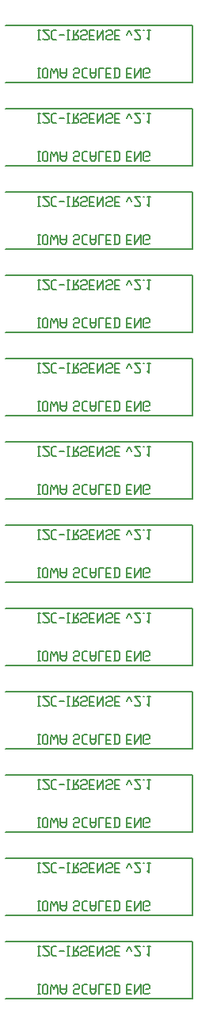
<source format=gbr>
G04 start of page 10 for group -4078 idx -4078 *
G04 Title: (unknown), bottomsilk *
G04 Creator: pcb 4.0.2 *
G04 CreationDate: Thu Feb 25 03:30:48 2021 UTC *
G04 For: petersen *
G04 Format: Gerber/RS-274X *
G04 PCB-Dimensions (mil): 1500.00 4200.00 *
G04 PCB-Coordinate-Origin: lower left *
%MOIN*%
%FSLAX25Y25*%
%LNBOTTOMSILK*%
%ADD35C,0.0080*%
G54D35*X139500Y320500D02*X61000D01*
X139500Y344500D02*Y320500D01*
Y309500D02*Y285500D01*
X61000Y309500D02*X139500D01*
Y285500D02*X61000D01*
Y274500D02*X139500D01*
X61000Y379500D02*X139500D01*
Y355500D02*X61000D01*
X139500Y379500D02*Y355500D01*
X61000Y344500D02*X139500D01*
X61000Y414500D02*X139500D01*
Y390500D02*X61000D01*
X139500Y414500D02*Y390500D01*
Y250500D02*X61000D01*
X139500Y274500D02*Y250500D01*
X61000Y239500D02*X139500D01*
Y215500D02*X61000D01*
X139500Y239500D02*Y215500D01*
X61000Y204500D02*X139500D01*
Y180500D02*X61000D01*
X139500Y204500D02*Y180500D01*
X61000Y169500D02*X139500D01*
Y145500D02*X61000D01*
X139500Y169500D02*Y145500D01*
X61000Y134500D02*X139500D01*
Y110500D02*X61000D01*
X139500Y134500D02*Y110500D01*
Y29500D02*Y5500D01*
X61000Y99500D02*X139500D01*
Y75500D02*X61000D01*
X139500Y99500D02*Y75500D01*
X61000Y64500D02*X139500D01*
Y40500D02*X61000D01*
X139500Y64500D02*Y40500D01*
X61000Y29500D02*X139500D01*
Y5500D02*X61000D01*
X74500Y252500D02*X75500D01*
X75000D02*Y256500D01*
X74500D02*X75500D01*
X76700Y253000D02*Y256000D01*
Y253000D02*X77200Y252500D01*
X78200D01*
X78700Y253000D01*
Y256000D01*
X78200Y256500D02*X78700Y256000D01*
X77200Y256500D02*X78200D01*
X76700Y256000D02*X77200Y256500D01*
X79900Y252500D02*Y254500D01*
X80400Y256500D01*
X81400Y254500D01*
X82400Y256500D01*
X82900Y254500D01*
Y252500D02*Y254500D01*
X84100Y253500D02*Y256500D01*
Y253500D02*X84800Y252500D01*
X85900D01*
X86600Y253500D01*
Y256500D01*
X84100Y254500D02*X86600D01*
X91600Y252500D02*X92100Y253000D01*
X90100Y252500D02*X91600D01*
X89600Y253000D02*X90100Y252500D01*
X89600Y253000D02*Y254000D01*
X90100Y254500D01*
X91600D01*
X92100Y255000D01*
Y256000D01*
X91600Y256500D02*X92100Y256000D01*
X90100Y256500D02*X91600D01*
X89600Y256000D02*X90100Y256500D01*
X94000D02*X95300D01*
X93300Y255800D02*X94000Y256500D01*
X93300Y253200D02*Y255800D01*
Y253200D02*X94000Y252500D01*
X95300D01*
X96500Y253500D02*Y256500D01*
Y253500D02*X97200Y252500D01*
X98300D01*
X99000Y253500D01*
Y256500D01*
X96500Y254500D02*X99000D01*
X100200Y252500D02*Y256500D01*
X102200D01*
X103400Y254300D02*X104900D01*
X103400Y256500D02*X105400D01*
X103400Y252500D02*Y256500D01*
Y252500D02*X105400D01*
X107100D02*Y256500D01*
X108400Y252500D02*X109100Y253200D01*
Y255800D01*
X108400Y256500D02*X109100Y255800D01*
X106600Y256500D02*X108400D01*
X106600Y252500D02*X108400D01*
X112100Y254300D02*X113600D01*
X112100Y256500D02*X114100D01*
X112100Y252500D02*Y256500D01*
Y252500D02*X114100D01*
X115300D02*Y256500D01*
Y252500D02*X117800Y256500D01*
Y252500D02*Y256500D01*
X121000Y252500D02*X121500Y253000D01*
X119500Y252500D02*X121000D01*
X119000Y253000D02*X119500Y252500D01*
X119000Y253000D02*Y256000D01*
X119500Y256500D01*
X121000D01*
X121500Y256000D01*
Y255000D02*Y256000D01*
X121000Y254500D02*X121500Y255000D01*
X120000Y254500D02*X121000D01*
X74500Y217500D02*X75500D01*
X75000D02*Y221500D01*
X74500D02*X75500D01*
X76700Y218000D02*Y221000D01*
Y218000D02*X77200Y217500D01*
X78200D01*
X78700Y218000D01*
Y221000D01*
X78200Y221500D02*X78700Y221000D01*
X77200Y221500D02*X78200D01*
X76700Y221000D02*X77200Y221500D01*
X79900Y217500D02*Y219500D01*
X80400Y221500D01*
X81400Y219500D01*
X82400Y221500D01*
X82900Y219500D01*
Y217500D02*Y219500D01*
X84100Y218500D02*Y221500D01*
Y218500D02*X84800Y217500D01*
X85900D01*
X86600Y218500D01*
Y221500D01*
X84100Y219500D02*X86600D01*
X91600Y217500D02*X92100Y218000D01*
X90100Y217500D02*X91600D01*
X89600Y218000D02*X90100Y217500D01*
X89600Y218000D02*Y219000D01*
X90100Y219500D01*
X91600D01*
X92100Y220000D01*
Y221000D01*
X91600Y221500D02*X92100Y221000D01*
X90100Y221500D02*X91600D01*
X89600Y221000D02*X90100Y221500D01*
X94000D02*X95300D01*
X93300Y220800D02*X94000Y221500D01*
X93300Y218200D02*Y220800D01*
Y218200D02*X94000Y217500D01*
X95300D01*
X96500Y218500D02*Y221500D01*
Y218500D02*X97200Y217500D01*
X98300D01*
X99000Y218500D01*
Y221500D01*
X96500Y219500D02*X99000D01*
X100200Y217500D02*Y221500D01*
X102200D01*
X103400Y219300D02*X104900D01*
X103400Y221500D02*X105400D01*
X103400Y217500D02*Y221500D01*
Y217500D02*X105400D01*
X107100D02*Y221500D01*
X108400Y217500D02*X109100Y218200D01*
Y220800D01*
X108400Y221500D02*X109100Y220800D01*
X106600Y221500D02*X108400D01*
X106600Y217500D02*X108400D01*
X112100Y219300D02*X113600D01*
X112100Y221500D02*X114100D01*
X112100Y217500D02*Y221500D01*
Y217500D02*X114100D01*
X115300D02*Y221500D01*
Y217500D02*X117800Y221500D01*
Y217500D02*Y221500D01*
X121000Y217500D02*X121500Y218000D01*
X119500Y217500D02*X121000D01*
X119000Y218000D02*X119500Y217500D01*
X119000Y218000D02*Y221000D01*
X119500Y221500D01*
X121000D01*
X121500Y221000D01*
Y220000D02*Y221000D01*
X121000Y219500D02*X121500Y220000D01*
X120000Y219500D02*X121000D01*
X74500Y182500D02*X75500D01*
X75000D02*Y186500D01*
X74500D02*X75500D01*
X76700Y183000D02*Y186000D01*
Y183000D02*X77200Y182500D01*
X78200D01*
X78700Y183000D01*
Y186000D01*
X78200Y186500D02*X78700Y186000D01*
X77200Y186500D02*X78200D01*
X76700Y186000D02*X77200Y186500D01*
X79900Y182500D02*Y184500D01*
X80400Y186500D01*
X81400Y184500D01*
X82400Y186500D01*
X82900Y184500D01*
Y182500D02*Y184500D01*
X84100Y183500D02*Y186500D01*
Y183500D02*X84800Y182500D01*
X85900D01*
X86600Y183500D01*
Y186500D01*
X84100Y184500D02*X86600D01*
X91600Y182500D02*X92100Y183000D01*
X90100Y182500D02*X91600D01*
X89600Y183000D02*X90100Y182500D01*
X89600Y183000D02*Y184000D01*
X90100Y184500D01*
X91600D01*
X92100Y185000D01*
Y186000D01*
X91600Y186500D02*X92100Y186000D01*
X90100Y186500D02*X91600D01*
X89600Y186000D02*X90100Y186500D01*
X94000D02*X95300D01*
X93300Y185800D02*X94000Y186500D01*
X93300Y183200D02*Y185800D01*
Y183200D02*X94000Y182500D01*
X95300D01*
X96500Y183500D02*Y186500D01*
Y183500D02*X97200Y182500D01*
X98300D01*
X99000Y183500D01*
Y186500D01*
X96500Y184500D02*X99000D01*
X100200Y182500D02*Y186500D01*
X102200D01*
X103400Y184300D02*X104900D01*
X103400Y186500D02*X105400D01*
X103400Y182500D02*Y186500D01*
Y182500D02*X105400D01*
X107100D02*Y186500D01*
X108400Y182500D02*X109100Y183200D01*
Y185800D01*
X108400Y186500D02*X109100Y185800D01*
X106600Y186500D02*X108400D01*
X106600Y182500D02*X108400D01*
X112100Y184300D02*X113600D01*
X112100Y186500D02*X114100D01*
X112100Y182500D02*Y186500D01*
Y182500D02*X114100D01*
X115300D02*Y186500D01*
Y182500D02*X117800Y186500D01*
Y182500D02*Y186500D01*
X121000Y182500D02*X121500Y183000D01*
X119500Y182500D02*X121000D01*
X119000Y183000D02*X119500Y182500D01*
X119000Y183000D02*Y186000D01*
X119500Y186500D01*
X121000D01*
X121500Y186000D01*
Y185000D02*Y186000D01*
X121000Y184500D02*X121500Y185000D01*
X120000Y184500D02*X121000D01*
X74500Y198500D02*X75500D01*
X75000D02*Y202500D01*
X74500D02*X75500D01*
X76700Y199000D02*X77200Y198500D01*
X78700D01*
X79200Y199000D01*
Y200000D01*
X76700Y202500D02*X79200Y200000D01*
X76700Y202500D02*X79200D01*
X81100D02*X82400D01*
X80400Y201800D02*X81100Y202500D01*
X80400Y199200D02*Y201800D01*
Y199200D02*X81100Y198500D01*
X82400D01*
X83600Y200500D02*X85600D01*
X86800Y198500D02*X87800D01*
X87300D02*Y202500D01*
X86800D02*X87800D01*
X89000Y198500D02*X91000D01*
X91500Y199000D01*
Y200000D01*
X91000Y200500D02*X91500Y200000D01*
X89500Y200500D02*X91000D01*
X89500Y198500D02*Y202500D01*
X90300Y200500D02*X91500Y202500D01*
X94700Y198500D02*X95200Y199000D01*
X93200Y198500D02*X94700D01*
X92700Y199000D02*X93200Y198500D01*
X92700Y199000D02*Y200000D01*
X93200Y200500D01*
X94700D01*
X95200Y201000D01*
Y202000D01*
X94700Y202500D02*X95200Y202000D01*
X93200Y202500D02*X94700D01*
X92700Y202000D02*X93200Y202500D01*
X96400Y200300D02*X97900D01*
X96400Y202500D02*X98400D01*
X96400Y198500D02*Y202500D01*
Y198500D02*X98400D01*
X99600D02*Y202500D01*
Y198500D02*X102100Y202500D01*
Y198500D02*Y202500D01*
X105300Y198500D02*X105800Y199000D01*
X103800Y198500D02*X105300D01*
X103300Y199000D02*X103800Y198500D01*
X103300Y199000D02*Y200000D01*
X103800Y200500D01*
X105300D01*
X105800Y201000D01*
Y202000D01*
X105300Y202500D02*X105800Y202000D01*
X103800Y202500D02*X105300D01*
X103300Y202000D02*X103800Y202500D01*
X107000Y200300D02*X108500D01*
X107000Y202500D02*X109000D01*
X107000Y198500D02*Y202500D01*
Y198500D02*X109000D01*
X112000Y200500D02*X113000Y202500D01*
X114000Y200500D02*X113000Y202500D01*
X115200Y199000D02*X115700Y198500D01*
X117200D01*
X117700Y199000D01*
Y200000D01*
X115200Y202500D02*X117700Y200000D01*
X115200Y202500D02*X117700D01*
X118900D02*X119400D01*
X120600Y199300D02*X121400Y198500D01*
Y202500D01*
X120600D02*X122100D01*
X74500Y233500D02*X75500D01*
X75000D02*Y237500D01*
X74500D02*X75500D01*
X76700Y234000D02*X77200Y233500D01*
X78700D01*
X79200Y234000D01*
Y235000D01*
X76700Y237500D02*X79200Y235000D01*
X76700Y237500D02*X79200D01*
X81100D02*X82400D01*
X80400Y236800D02*X81100Y237500D01*
X80400Y234200D02*Y236800D01*
Y234200D02*X81100Y233500D01*
X82400D01*
X83600Y235500D02*X85600D01*
X86800Y233500D02*X87800D01*
X87300D02*Y237500D01*
X86800D02*X87800D01*
X89000Y233500D02*X91000D01*
X91500Y234000D01*
Y235000D01*
X91000Y235500D02*X91500Y235000D01*
X89500Y235500D02*X91000D01*
X89500Y233500D02*Y237500D01*
X90300Y235500D02*X91500Y237500D01*
X94700Y233500D02*X95200Y234000D01*
X93200Y233500D02*X94700D01*
X92700Y234000D02*X93200Y233500D01*
X92700Y234000D02*Y235000D01*
X93200Y235500D01*
X94700D01*
X95200Y236000D01*
Y237000D01*
X94700Y237500D02*X95200Y237000D01*
X93200Y237500D02*X94700D01*
X92700Y237000D02*X93200Y237500D01*
X96400Y235300D02*X97900D01*
X96400Y237500D02*X98400D01*
X96400Y233500D02*Y237500D01*
Y233500D02*X98400D01*
X99600D02*Y237500D01*
Y233500D02*X102100Y237500D01*
Y233500D02*Y237500D01*
X105300Y233500D02*X105800Y234000D01*
X103800Y233500D02*X105300D01*
X103300Y234000D02*X103800Y233500D01*
X103300Y234000D02*Y235000D01*
X103800Y235500D01*
X105300D01*
X105800Y236000D01*
Y237000D01*
X105300Y237500D02*X105800Y237000D01*
X103800Y237500D02*X105300D01*
X103300Y237000D02*X103800Y237500D01*
X107000Y235300D02*X108500D01*
X107000Y237500D02*X109000D01*
X107000Y233500D02*Y237500D01*
Y233500D02*X109000D01*
X112000Y235500D02*X113000Y237500D01*
X114000Y235500D02*X113000Y237500D01*
X115200Y234000D02*X115700Y233500D01*
X117200D01*
X117700Y234000D01*
Y235000D01*
X115200Y237500D02*X117700Y235000D01*
X115200Y237500D02*X117700D01*
X118900D02*X119400D01*
X120600Y234300D02*X121400Y233500D01*
Y237500D01*
X120600D02*X122100D01*
X74500Y147500D02*X75500D01*
X75000D02*Y151500D01*
X74500D02*X75500D01*
X76700Y148000D02*Y151000D01*
Y148000D02*X77200Y147500D01*
X78200D01*
X78700Y148000D01*
Y151000D01*
X78200Y151500D02*X78700Y151000D01*
X77200Y151500D02*X78200D01*
X76700Y151000D02*X77200Y151500D01*
X79900Y147500D02*Y149500D01*
X80400Y151500D01*
X81400Y149500D01*
X82400Y151500D01*
X82900Y149500D01*
Y147500D02*Y149500D01*
X84100Y148500D02*Y151500D01*
Y148500D02*X84800Y147500D01*
X85900D01*
X86600Y148500D01*
Y151500D01*
X84100Y149500D02*X86600D01*
X91600Y147500D02*X92100Y148000D01*
X90100Y147500D02*X91600D01*
X89600Y148000D02*X90100Y147500D01*
X89600Y148000D02*Y149000D01*
X90100Y149500D01*
X91600D01*
X92100Y150000D01*
Y151000D01*
X91600Y151500D02*X92100Y151000D01*
X90100Y151500D02*X91600D01*
X89600Y151000D02*X90100Y151500D01*
X94000D02*X95300D01*
X93300Y150800D02*X94000Y151500D01*
X93300Y148200D02*Y150800D01*
Y148200D02*X94000Y147500D01*
X95300D01*
X96500Y148500D02*Y151500D01*
Y148500D02*X97200Y147500D01*
X98300D01*
X99000Y148500D01*
Y151500D01*
X96500Y149500D02*X99000D01*
X100200Y147500D02*Y151500D01*
X102200D01*
X103400Y149300D02*X104900D01*
X103400Y151500D02*X105400D01*
X103400Y147500D02*Y151500D01*
Y147500D02*X105400D01*
X107100D02*Y151500D01*
X108400Y147500D02*X109100Y148200D01*
Y150800D01*
X108400Y151500D02*X109100Y150800D01*
X106600Y151500D02*X108400D01*
X106600Y147500D02*X108400D01*
X112100Y149300D02*X113600D01*
X112100Y151500D02*X114100D01*
X112100Y147500D02*Y151500D01*
Y147500D02*X114100D01*
X115300D02*Y151500D01*
Y147500D02*X117800Y151500D01*
Y147500D02*Y151500D01*
X121000Y147500D02*X121500Y148000D01*
X119500Y147500D02*X121000D01*
X119000Y148000D02*X119500Y147500D01*
X119000Y148000D02*Y151000D01*
X119500Y151500D01*
X121000D01*
X121500Y151000D01*
Y150000D02*Y151000D01*
X121000Y149500D02*X121500Y150000D01*
X120000Y149500D02*X121000D01*
X74500Y163500D02*X75500D01*
X75000D02*Y167500D01*
X74500D02*X75500D01*
X76700Y164000D02*X77200Y163500D01*
X78700D01*
X79200Y164000D01*
Y165000D01*
X76700Y167500D02*X79200Y165000D01*
X76700Y167500D02*X79200D01*
X81100D02*X82400D01*
X80400Y166800D02*X81100Y167500D01*
X80400Y164200D02*Y166800D01*
Y164200D02*X81100Y163500D01*
X82400D01*
X83600Y165500D02*X85600D01*
X86800Y163500D02*X87800D01*
X87300D02*Y167500D01*
X86800D02*X87800D01*
X89000Y163500D02*X91000D01*
X91500Y164000D01*
Y165000D01*
X91000Y165500D02*X91500Y165000D01*
X89500Y165500D02*X91000D01*
X89500Y163500D02*Y167500D01*
X90300Y165500D02*X91500Y167500D01*
X94700Y163500D02*X95200Y164000D01*
X93200Y163500D02*X94700D01*
X92700Y164000D02*X93200Y163500D01*
X92700Y164000D02*Y165000D01*
X93200Y165500D01*
X94700D01*
X95200Y166000D01*
Y167000D01*
X94700Y167500D02*X95200Y167000D01*
X93200Y167500D02*X94700D01*
X92700Y167000D02*X93200Y167500D01*
X96400Y165300D02*X97900D01*
X96400Y167500D02*X98400D01*
X96400Y163500D02*Y167500D01*
Y163500D02*X98400D01*
X99600D02*Y167500D01*
Y163500D02*X102100Y167500D01*
Y163500D02*Y167500D01*
X105300Y163500D02*X105800Y164000D01*
X103800Y163500D02*X105300D01*
X103300Y164000D02*X103800Y163500D01*
X103300Y164000D02*Y165000D01*
X103800Y165500D01*
X105300D01*
X105800Y166000D01*
Y167000D01*
X105300Y167500D02*X105800Y167000D01*
X103800Y167500D02*X105300D01*
X103300Y167000D02*X103800Y167500D01*
X107000Y165300D02*X108500D01*
X107000Y167500D02*X109000D01*
X107000Y163500D02*Y167500D01*
Y163500D02*X109000D01*
X112000Y165500D02*X113000Y167500D01*
X114000Y165500D02*X113000Y167500D01*
X115200Y164000D02*X115700Y163500D01*
X117200D01*
X117700Y164000D01*
Y165000D01*
X115200Y167500D02*X117700Y165000D01*
X115200Y167500D02*X117700D01*
X118900D02*X119400D01*
X120600Y164300D02*X121400Y163500D01*
Y167500D01*
X120600D02*X122100D01*
X74500Y112500D02*X75500D01*
X75000D02*Y116500D01*
X74500D02*X75500D01*
X76700Y113000D02*Y116000D01*
Y113000D02*X77200Y112500D01*
X78200D01*
X78700Y113000D01*
Y116000D01*
X78200Y116500D02*X78700Y116000D01*
X77200Y116500D02*X78200D01*
X76700Y116000D02*X77200Y116500D01*
X79900Y112500D02*Y114500D01*
X80400Y116500D01*
X81400Y114500D01*
X82400Y116500D01*
X82900Y114500D01*
Y112500D02*Y114500D01*
X84100Y113500D02*Y116500D01*
Y113500D02*X84800Y112500D01*
X85900D01*
X86600Y113500D01*
Y116500D01*
X84100Y114500D02*X86600D01*
X91600Y112500D02*X92100Y113000D01*
X90100Y112500D02*X91600D01*
X89600Y113000D02*X90100Y112500D01*
X89600Y113000D02*Y114000D01*
X90100Y114500D01*
X91600D01*
X92100Y115000D01*
Y116000D01*
X91600Y116500D02*X92100Y116000D01*
X90100Y116500D02*X91600D01*
X89600Y116000D02*X90100Y116500D01*
X94000D02*X95300D01*
X93300Y115800D02*X94000Y116500D01*
X93300Y113200D02*Y115800D01*
Y113200D02*X94000Y112500D01*
X95300D01*
X96500Y113500D02*Y116500D01*
Y113500D02*X97200Y112500D01*
X98300D01*
X99000Y113500D01*
Y116500D01*
X96500Y114500D02*X99000D01*
X100200Y112500D02*Y116500D01*
X102200D01*
X103400Y114300D02*X104900D01*
X103400Y116500D02*X105400D01*
X103400Y112500D02*Y116500D01*
Y112500D02*X105400D01*
X107100D02*Y116500D01*
X108400Y112500D02*X109100Y113200D01*
Y115800D01*
X108400Y116500D02*X109100Y115800D01*
X106600Y116500D02*X108400D01*
X106600Y112500D02*X108400D01*
X112100Y114300D02*X113600D01*
X112100Y116500D02*X114100D01*
X112100Y112500D02*Y116500D01*
Y112500D02*X114100D01*
X115300D02*Y116500D01*
Y112500D02*X117800Y116500D01*
Y112500D02*Y116500D01*
X121000Y112500D02*X121500Y113000D01*
X119500Y112500D02*X121000D01*
X119000Y113000D02*X119500Y112500D01*
X119000Y113000D02*Y116000D01*
X119500Y116500D01*
X121000D01*
X121500Y116000D01*
Y115000D02*Y116000D01*
X121000Y114500D02*X121500Y115000D01*
X120000Y114500D02*X121000D01*
X74500Y128500D02*X75500D01*
X75000D02*Y132500D01*
X74500D02*X75500D01*
X76700Y129000D02*X77200Y128500D01*
X78700D01*
X79200Y129000D01*
Y130000D01*
X76700Y132500D02*X79200Y130000D01*
X76700Y132500D02*X79200D01*
X81100D02*X82400D01*
X80400Y131800D02*X81100Y132500D01*
X80400Y129200D02*Y131800D01*
Y129200D02*X81100Y128500D01*
X82400D01*
X83600Y130500D02*X85600D01*
X86800Y128500D02*X87800D01*
X87300D02*Y132500D01*
X86800D02*X87800D01*
X89000Y128500D02*X91000D01*
X91500Y129000D01*
Y130000D01*
X91000Y130500D02*X91500Y130000D01*
X89500Y130500D02*X91000D01*
X89500Y128500D02*Y132500D01*
X90300Y130500D02*X91500Y132500D01*
X94700Y128500D02*X95200Y129000D01*
X93200Y128500D02*X94700D01*
X92700Y129000D02*X93200Y128500D01*
X92700Y129000D02*Y130000D01*
X93200Y130500D01*
X94700D01*
X95200Y131000D01*
Y132000D01*
X94700Y132500D02*X95200Y132000D01*
X93200Y132500D02*X94700D01*
X92700Y132000D02*X93200Y132500D01*
X96400Y130300D02*X97900D01*
X96400Y132500D02*X98400D01*
X96400Y128500D02*Y132500D01*
Y128500D02*X98400D01*
X99600D02*Y132500D01*
Y128500D02*X102100Y132500D01*
Y128500D02*Y132500D01*
X105300Y128500D02*X105800Y129000D01*
X103800Y128500D02*X105300D01*
X103300Y129000D02*X103800Y128500D01*
X103300Y129000D02*Y130000D01*
X103800Y130500D01*
X105300D01*
X105800Y131000D01*
Y132000D01*
X105300Y132500D02*X105800Y132000D01*
X103800Y132500D02*X105300D01*
X103300Y132000D02*X103800Y132500D01*
X107000Y130300D02*X108500D01*
X107000Y132500D02*X109000D01*
X107000Y128500D02*Y132500D01*
Y128500D02*X109000D01*
X112000Y130500D02*X113000Y132500D01*
X114000Y130500D02*X113000Y132500D01*
X115200Y129000D02*X115700Y128500D01*
X117200D01*
X117700Y129000D01*
Y130000D01*
X115200Y132500D02*X117700Y130000D01*
X115200Y132500D02*X117700D01*
X118900D02*X119400D01*
X120600Y129300D02*X121400Y128500D01*
Y132500D01*
X120600D02*X122100D01*
X74500Y77500D02*X75500D01*
X75000D02*Y81500D01*
X74500D02*X75500D01*
X76700Y78000D02*Y81000D01*
Y78000D02*X77200Y77500D01*
X78200D01*
X78700Y78000D01*
Y81000D01*
X78200Y81500D02*X78700Y81000D01*
X77200Y81500D02*X78200D01*
X76700Y81000D02*X77200Y81500D01*
X79900Y77500D02*Y79500D01*
X80400Y81500D01*
X81400Y79500D01*
X82400Y81500D01*
X82900Y79500D01*
Y77500D02*Y79500D01*
X84100Y78500D02*Y81500D01*
Y78500D02*X84800Y77500D01*
X85900D01*
X86600Y78500D01*
Y81500D01*
X84100Y79500D02*X86600D01*
X91600Y77500D02*X92100Y78000D01*
X90100Y77500D02*X91600D01*
X89600Y78000D02*X90100Y77500D01*
X89600Y78000D02*Y79000D01*
X90100Y79500D01*
X91600D01*
X92100Y80000D01*
Y81000D01*
X91600Y81500D02*X92100Y81000D01*
X90100Y81500D02*X91600D01*
X89600Y81000D02*X90100Y81500D01*
X94000D02*X95300D01*
X93300Y80800D02*X94000Y81500D01*
X93300Y78200D02*Y80800D01*
Y78200D02*X94000Y77500D01*
X95300D01*
X96500Y78500D02*Y81500D01*
Y78500D02*X97200Y77500D01*
X98300D01*
X99000Y78500D01*
Y81500D01*
X96500Y79500D02*X99000D01*
X100200Y77500D02*Y81500D01*
X102200D01*
X103400Y79300D02*X104900D01*
X103400Y81500D02*X105400D01*
X103400Y77500D02*Y81500D01*
Y77500D02*X105400D01*
X107100D02*Y81500D01*
X108400Y77500D02*X109100Y78200D01*
Y80800D01*
X108400Y81500D02*X109100Y80800D01*
X106600Y81500D02*X108400D01*
X106600Y77500D02*X108400D01*
X112100Y79300D02*X113600D01*
X112100Y81500D02*X114100D01*
X112100Y77500D02*Y81500D01*
Y77500D02*X114100D01*
X115300D02*Y81500D01*
Y77500D02*X117800Y81500D01*
Y77500D02*Y81500D01*
X121000Y77500D02*X121500Y78000D01*
X119500Y77500D02*X121000D01*
X119000Y78000D02*X119500Y77500D01*
X119000Y78000D02*Y81000D01*
X119500Y81500D01*
X121000D01*
X121500Y81000D01*
Y80000D02*Y81000D01*
X121000Y79500D02*X121500Y80000D01*
X120000Y79500D02*X121000D01*
X74500Y42500D02*X75500D01*
X75000D02*Y46500D01*
X74500D02*X75500D01*
X76700Y43000D02*Y46000D01*
Y43000D02*X77200Y42500D01*
X78200D01*
X78700Y43000D01*
Y46000D01*
X78200Y46500D02*X78700Y46000D01*
X77200Y46500D02*X78200D01*
X76700Y46000D02*X77200Y46500D01*
X79900Y42500D02*Y44500D01*
X80400Y46500D01*
X81400Y44500D01*
X82400Y46500D01*
X82900Y44500D01*
Y42500D02*Y44500D01*
X84100Y43500D02*Y46500D01*
Y43500D02*X84800Y42500D01*
X85900D01*
X86600Y43500D01*
Y46500D01*
X84100Y44500D02*X86600D01*
X91600Y42500D02*X92100Y43000D01*
X90100Y42500D02*X91600D01*
X89600Y43000D02*X90100Y42500D01*
X89600Y43000D02*Y44000D01*
X90100Y44500D01*
X91600D01*
X92100Y45000D01*
Y46000D01*
X91600Y46500D02*X92100Y46000D01*
X90100Y46500D02*X91600D01*
X89600Y46000D02*X90100Y46500D01*
X94000D02*X95300D01*
X93300Y45800D02*X94000Y46500D01*
X93300Y43200D02*Y45800D01*
Y43200D02*X94000Y42500D01*
X95300D01*
X96500Y43500D02*Y46500D01*
Y43500D02*X97200Y42500D01*
X98300D01*
X99000Y43500D01*
Y46500D01*
X96500Y44500D02*X99000D01*
X100200Y42500D02*Y46500D01*
X102200D01*
X103400Y44300D02*X104900D01*
X103400Y46500D02*X105400D01*
X103400Y42500D02*Y46500D01*
Y42500D02*X105400D01*
X107100D02*Y46500D01*
X108400Y42500D02*X109100Y43200D01*
Y45800D01*
X108400Y46500D02*X109100Y45800D01*
X106600Y46500D02*X108400D01*
X106600Y42500D02*X108400D01*
X112100Y44300D02*X113600D01*
X112100Y46500D02*X114100D01*
X112100Y42500D02*Y46500D01*
Y42500D02*X114100D01*
X115300D02*Y46500D01*
Y42500D02*X117800Y46500D01*
Y42500D02*Y46500D01*
X121000Y42500D02*X121500Y43000D01*
X119500Y42500D02*X121000D01*
X119000Y43000D02*X119500Y42500D01*
X119000Y43000D02*Y46000D01*
X119500Y46500D01*
X121000D01*
X121500Y46000D01*
Y45000D02*Y46000D01*
X121000Y44500D02*X121500Y45000D01*
X120000Y44500D02*X121000D01*
X74500Y58500D02*X75500D01*
X75000D02*Y62500D01*
X74500D02*X75500D01*
X76700Y59000D02*X77200Y58500D01*
X78700D01*
X79200Y59000D01*
Y60000D01*
X76700Y62500D02*X79200Y60000D01*
X76700Y62500D02*X79200D01*
X81100D02*X82400D01*
X80400Y61800D02*X81100Y62500D01*
X80400Y59200D02*Y61800D01*
Y59200D02*X81100Y58500D01*
X82400D01*
X83600Y60500D02*X85600D01*
X86800Y58500D02*X87800D01*
X87300D02*Y62500D01*
X86800D02*X87800D01*
X89000Y58500D02*X91000D01*
X91500Y59000D01*
Y60000D01*
X91000Y60500D02*X91500Y60000D01*
X89500Y60500D02*X91000D01*
X89500Y58500D02*Y62500D01*
X90300Y60500D02*X91500Y62500D01*
X94700Y58500D02*X95200Y59000D01*
X93200Y58500D02*X94700D01*
X92700Y59000D02*X93200Y58500D01*
X92700Y59000D02*Y60000D01*
X93200Y60500D01*
X94700D01*
X95200Y61000D01*
Y62000D01*
X94700Y62500D02*X95200Y62000D01*
X93200Y62500D02*X94700D01*
X92700Y62000D02*X93200Y62500D01*
X96400Y60300D02*X97900D01*
X96400Y62500D02*X98400D01*
X96400Y58500D02*Y62500D01*
Y58500D02*X98400D01*
X99600D02*Y62500D01*
Y58500D02*X102100Y62500D01*
Y58500D02*Y62500D01*
X105300Y58500D02*X105800Y59000D01*
X103800Y58500D02*X105300D01*
X103300Y59000D02*X103800Y58500D01*
X103300Y59000D02*Y60000D01*
X103800Y60500D01*
X105300D01*
X105800Y61000D01*
Y62000D01*
X105300Y62500D02*X105800Y62000D01*
X103800Y62500D02*X105300D01*
X103300Y62000D02*X103800Y62500D01*
X107000Y60300D02*X108500D01*
X107000Y62500D02*X109000D01*
X107000Y58500D02*Y62500D01*
Y58500D02*X109000D01*
X112000Y60500D02*X113000Y62500D01*
X114000Y60500D02*X113000Y62500D01*
X115200Y59000D02*X115700Y58500D01*
X117200D01*
X117700Y59000D01*
Y60000D01*
X115200Y62500D02*X117700Y60000D01*
X115200Y62500D02*X117700D01*
X118900D02*X119400D01*
X120600Y59300D02*X121400Y58500D01*
Y62500D01*
X120600D02*X122100D01*
X74500Y7500D02*X75500D01*
X75000D02*Y11500D01*
X74500D02*X75500D01*
X76700Y8000D02*Y11000D01*
Y8000D02*X77200Y7500D01*
X78200D01*
X78700Y8000D01*
Y11000D01*
X78200Y11500D02*X78700Y11000D01*
X77200Y11500D02*X78200D01*
X76700Y11000D02*X77200Y11500D01*
X79900Y7500D02*Y9500D01*
X80400Y11500D01*
X81400Y9500D01*
X82400Y11500D01*
X82900Y9500D01*
Y7500D02*Y9500D01*
X84100Y8500D02*Y11500D01*
Y8500D02*X84800Y7500D01*
X85900D01*
X86600Y8500D01*
Y11500D01*
X84100Y9500D02*X86600D01*
X91600Y7500D02*X92100Y8000D01*
X90100Y7500D02*X91600D01*
X89600Y8000D02*X90100Y7500D01*
X89600Y8000D02*Y9000D01*
X90100Y9500D01*
X91600D01*
X92100Y10000D01*
Y11000D01*
X91600Y11500D02*X92100Y11000D01*
X90100Y11500D02*X91600D01*
X89600Y11000D02*X90100Y11500D01*
X94000D02*X95300D01*
X93300Y10800D02*X94000Y11500D01*
X93300Y8200D02*Y10800D01*
Y8200D02*X94000Y7500D01*
X95300D01*
X96500Y8500D02*Y11500D01*
Y8500D02*X97200Y7500D01*
X98300D01*
X99000Y8500D01*
Y11500D01*
X96500Y9500D02*X99000D01*
X100200Y7500D02*Y11500D01*
X102200D01*
X103400Y9300D02*X104900D01*
X103400Y11500D02*X105400D01*
X103400Y7500D02*Y11500D01*
Y7500D02*X105400D01*
X107100D02*Y11500D01*
X108400Y7500D02*X109100Y8200D01*
Y10800D01*
X108400Y11500D02*X109100Y10800D01*
X106600Y11500D02*X108400D01*
X106600Y7500D02*X108400D01*
X112100Y9300D02*X113600D01*
X112100Y11500D02*X114100D01*
X112100Y7500D02*Y11500D01*
Y7500D02*X114100D01*
X115300D02*Y11500D01*
Y7500D02*X117800Y11500D01*
Y7500D02*Y11500D01*
X121000Y7500D02*X121500Y8000D01*
X119500Y7500D02*X121000D01*
X119000Y8000D02*X119500Y7500D01*
X119000Y8000D02*Y11000D01*
X119500Y11500D01*
X121000D01*
X121500Y11000D01*
Y10000D02*Y11000D01*
X121000Y9500D02*X121500Y10000D01*
X120000Y9500D02*X121000D01*
X74500Y23500D02*X75500D01*
X75000D02*Y27500D01*
X74500D02*X75500D01*
X76700Y24000D02*X77200Y23500D01*
X78700D01*
X79200Y24000D01*
Y25000D01*
X76700Y27500D02*X79200Y25000D01*
X76700Y27500D02*X79200D01*
X81100D02*X82400D01*
X80400Y26800D02*X81100Y27500D01*
X80400Y24200D02*Y26800D01*
Y24200D02*X81100Y23500D01*
X82400D01*
X83600Y25500D02*X85600D01*
X86800Y23500D02*X87800D01*
X87300D02*Y27500D01*
X86800D02*X87800D01*
X89000Y23500D02*X91000D01*
X91500Y24000D01*
Y25000D01*
X91000Y25500D02*X91500Y25000D01*
X89500Y25500D02*X91000D01*
X89500Y23500D02*Y27500D01*
X90300Y25500D02*X91500Y27500D01*
X94700Y23500D02*X95200Y24000D01*
X93200Y23500D02*X94700D01*
X92700Y24000D02*X93200Y23500D01*
X92700Y24000D02*Y25000D01*
X93200Y25500D01*
X94700D01*
X95200Y26000D01*
Y27000D01*
X94700Y27500D02*X95200Y27000D01*
X93200Y27500D02*X94700D01*
X92700Y27000D02*X93200Y27500D01*
X96400Y25300D02*X97900D01*
X96400Y27500D02*X98400D01*
X96400Y23500D02*Y27500D01*
Y23500D02*X98400D01*
X99600D02*Y27500D01*
Y23500D02*X102100Y27500D01*
Y23500D02*Y27500D01*
X105300Y23500D02*X105800Y24000D01*
X103800Y23500D02*X105300D01*
X103300Y24000D02*X103800Y23500D01*
X103300Y24000D02*Y25000D01*
X103800Y25500D01*
X105300D01*
X105800Y26000D01*
Y27000D01*
X105300Y27500D02*X105800Y27000D01*
X103800Y27500D02*X105300D01*
X103300Y27000D02*X103800Y27500D01*
X107000Y25300D02*X108500D01*
X107000Y27500D02*X109000D01*
X107000Y23500D02*Y27500D01*
Y23500D02*X109000D01*
X112000Y25500D02*X113000Y27500D01*
X114000Y25500D02*X113000Y27500D01*
X115200Y24000D02*X115700Y23500D01*
X117200D01*
X117700Y24000D01*
Y25000D01*
X115200Y27500D02*X117700Y25000D01*
X115200Y27500D02*X117700D01*
X118900D02*X119400D01*
X120600Y24300D02*X121400Y23500D01*
Y27500D01*
X120600D02*X122100D01*
X74500Y93500D02*X75500D01*
X75000D02*Y97500D01*
X74500D02*X75500D01*
X76700Y94000D02*X77200Y93500D01*
X78700D01*
X79200Y94000D01*
Y95000D01*
X76700Y97500D02*X79200Y95000D01*
X76700Y97500D02*X79200D01*
X81100D02*X82400D01*
X80400Y96800D02*X81100Y97500D01*
X80400Y94200D02*Y96800D01*
Y94200D02*X81100Y93500D01*
X82400D01*
X83600Y95500D02*X85600D01*
X86800Y93500D02*X87800D01*
X87300D02*Y97500D01*
X86800D02*X87800D01*
X89000Y93500D02*X91000D01*
X91500Y94000D01*
Y95000D01*
X91000Y95500D02*X91500Y95000D01*
X89500Y95500D02*X91000D01*
X89500Y93500D02*Y97500D01*
X90300Y95500D02*X91500Y97500D01*
X94700Y93500D02*X95200Y94000D01*
X93200Y93500D02*X94700D01*
X92700Y94000D02*X93200Y93500D01*
X92700Y94000D02*Y95000D01*
X93200Y95500D01*
X94700D01*
X95200Y96000D01*
Y97000D01*
X94700Y97500D02*X95200Y97000D01*
X93200Y97500D02*X94700D01*
X92700Y97000D02*X93200Y97500D01*
X96400Y95300D02*X97900D01*
X96400Y97500D02*X98400D01*
X96400Y93500D02*Y97500D01*
Y93500D02*X98400D01*
X99600D02*Y97500D01*
Y93500D02*X102100Y97500D01*
Y93500D02*Y97500D01*
X105300Y93500D02*X105800Y94000D01*
X103800Y93500D02*X105300D01*
X103300Y94000D02*X103800Y93500D01*
X103300Y94000D02*Y95000D01*
X103800Y95500D01*
X105300D01*
X105800Y96000D01*
Y97000D01*
X105300Y97500D02*X105800Y97000D01*
X103800Y97500D02*X105300D01*
X103300Y97000D02*X103800Y97500D01*
X107000Y95300D02*X108500D01*
X107000Y97500D02*X109000D01*
X107000Y93500D02*Y97500D01*
Y93500D02*X109000D01*
X112000Y95500D02*X113000Y97500D01*
X114000Y95500D02*X113000Y97500D01*
X115200Y94000D02*X115700Y93500D01*
X117200D01*
X117700Y94000D01*
Y95000D01*
X115200Y97500D02*X117700Y95000D01*
X115200Y97500D02*X117700D01*
X118900D02*X119400D01*
X120600Y94300D02*X121400Y93500D01*
Y97500D01*
X120600D02*X122100D01*
X74500Y322500D02*X75500D01*
X75000D02*Y326500D01*
X74500D02*X75500D01*
X76700Y323000D02*Y326000D01*
Y323000D02*X77200Y322500D01*
X78200D01*
X78700Y323000D01*
Y326000D01*
X78200Y326500D02*X78700Y326000D01*
X77200Y326500D02*X78200D01*
X76700Y326000D02*X77200Y326500D01*
X79900Y322500D02*Y324500D01*
X80400Y326500D01*
X81400Y324500D01*
X82400Y326500D01*
X82900Y324500D01*
Y322500D02*Y324500D01*
X84100Y323500D02*Y326500D01*
Y323500D02*X84800Y322500D01*
X85900D01*
X86600Y323500D01*
Y326500D01*
X84100Y324500D02*X86600D01*
X91600Y322500D02*X92100Y323000D01*
X90100Y322500D02*X91600D01*
X89600Y323000D02*X90100Y322500D01*
X89600Y323000D02*Y324000D01*
X90100Y324500D01*
X91600D01*
X92100Y325000D01*
Y326000D01*
X91600Y326500D02*X92100Y326000D01*
X90100Y326500D02*X91600D01*
X89600Y326000D02*X90100Y326500D01*
X94000D02*X95300D01*
X93300Y325800D02*X94000Y326500D01*
X93300Y323200D02*Y325800D01*
Y323200D02*X94000Y322500D01*
X95300D01*
X96500Y323500D02*Y326500D01*
Y323500D02*X97200Y322500D01*
X98300D01*
X99000Y323500D01*
Y326500D01*
X96500Y324500D02*X99000D01*
X100200Y322500D02*Y326500D01*
X102200D01*
X103400Y324300D02*X104900D01*
X103400Y326500D02*X105400D01*
X103400Y322500D02*Y326500D01*
Y322500D02*X105400D01*
X107100D02*Y326500D01*
X108400Y322500D02*X109100Y323200D01*
Y325800D01*
X108400Y326500D02*X109100Y325800D01*
X106600Y326500D02*X108400D01*
X106600Y322500D02*X108400D01*
X112100Y324300D02*X113600D01*
X112100Y326500D02*X114100D01*
X112100Y322500D02*Y326500D01*
Y322500D02*X114100D01*
X115300D02*Y326500D01*
Y322500D02*X117800Y326500D01*
Y322500D02*Y326500D01*
X121000Y322500D02*X121500Y323000D01*
X119500Y322500D02*X121000D01*
X119000Y323000D02*X119500Y322500D01*
X119000Y323000D02*Y326000D01*
X119500Y326500D01*
X121000D01*
X121500Y326000D01*
Y325000D02*Y326000D01*
X121000Y324500D02*X121500Y325000D01*
X120000Y324500D02*X121000D01*
X74500Y338500D02*X75500D01*
X75000D02*Y342500D01*
X74500D02*X75500D01*
X76700Y339000D02*X77200Y338500D01*
X78700D01*
X79200Y339000D01*
Y340000D01*
X76700Y342500D02*X79200Y340000D01*
X76700Y342500D02*X79200D01*
X81100D02*X82400D01*
X80400Y341800D02*X81100Y342500D01*
X80400Y339200D02*Y341800D01*
Y339200D02*X81100Y338500D01*
X82400D01*
X83600Y340500D02*X85600D01*
X86800Y338500D02*X87800D01*
X87300D02*Y342500D01*
X86800D02*X87800D01*
X89000Y338500D02*X91000D01*
X91500Y339000D01*
Y340000D01*
X91000Y340500D02*X91500Y340000D01*
X89500Y340500D02*X91000D01*
X89500Y338500D02*Y342500D01*
X90300Y340500D02*X91500Y342500D01*
X94700Y338500D02*X95200Y339000D01*
X93200Y338500D02*X94700D01*
X92700Y339000D02*X93200Y338500D01*
X92700Y339000D02*Y340000D01*
X93200Y340500D01*
X94700D01*
X95200Y341000D01*
Y342000D01*
X94700Y342500D02*X95200Y342000D01*
X93200Y342500D02*X94700D01*
X92700Y342000D02*X93200Y342500D01*
X96400Y340300D02*X97900D01*
X96400Y342500D02*X98400D01*
X96400Y338500D02*Y342500D01*
Y338500D02*X98400D01*
X99600D02*Y342500D01*
Y338500D02*X102100Y342500D01*
Y338500D02*Y342500D01*
X105300Y338500D02*X105800Y339000D01*
X103800Y338500D02*X105300D01*
X103300Y339000D02*X103800Y338500D01*
X103300Y339000D02*Y340000D01*
X103800Y340500D01*
X105300D01*
X105800Y341000D01*
Y342000D01*
X105300Y342500D02*X105800Y342000D01*
X103800Y342500D02*X105300D01*
X103300Y342000D02*X103800Y342500D01*
X107000Y340300D02*X108500D01*
X107000Y342500D02*X109000D01*
X107000Y338500D02*Y342500D01*
Y338500D02*X109000D01*
X112000Y340500D02*X113000Y342500D01*
X114000Y340500D02*X113000Y342500D01*
X115200Y339000D02*X115700Y338500D01*
X117200D01*
X117700Y339000D01*
Y340000D01*
X115200Y342500D02*X117700Y340000D01*
X115200Y342500D02*X117700D01*
X118900D02*X119400D01*
X120600Y339300D02*X121400Y338500D01*
Y342500D01*
X120600D02*X122100D01*
X74500Y287500D02*X75500D01*
X75000D02*Y291500D01*
X74500D02*X75500D01*
X76700Y288000D02*Y291000D01*
Y288000D02*X77200Y287500D01*
X78200D01*
X78700Y288000D01*
Y291000D01*
X78200Y291500D02*X78700Y291000D01*
X77200Y291500D02*X78200D01*
X76700Y291000D02*X77200Y291500D01*
X79900Y287500D02*Y289500D01*
X80400Y291500D01*
X81400Y289500D01*
X82400Y291500D01*
X82900Y289500D01*
Y287500D02*Y289500D01*
X84100Y288500D02*Y291500D01*
Y288500D02*X84800Y287500D01*
X85900D01*
X86600Y288500D01*
Y291500D01*
X84100Y289500D02*X86600D01*
X91600Y287500D02*X92100Y288000D01*
X90100Y287500D02*X91600D01*
X89600Y288000D02*X90100Y287500D01*
X89600Y288000D02*Y289000D01*
X90100Y289500D01*
X91600D01*
X92100Y290000D01*
Y291000D01*
X91600Y291500D02*X92100Y291000D01*
X90100Y291500D02*X91600D01*
X89600Y291000D02*X90100Y291500D01*
X94000D02*X95300D01*
X93300Y290800D02*X94000Y291500D01*
X93300Y288200D02*Y290800D01*
Y288200D02*X94000Y287500D01*
X95300D01*
X96500Y288500D02*Y291500D01*
Y288500D02*X97200Y287500D01*
X98300D01*
X99000Y288500D01*
Y291500D01*
X96500Y289500D02*X99000D01*
X100200Y287500D02*Y291500D01*
X102200D01*
X103400Y289300D02*X104900D01*
X103400Y291500D02*X105400D01*
X103400Y287500D02*Y291500D01*
Y287500D02*X105400D01*
X107100D02*Y291500D01*
X108400Y287500D02*X109100Y288200D01*
Y290800D01*
X108400Y291500D02*X109100Y290800D01*
X106600Y291500D02*X108400D01*
X106600Y287500D02*X108400D01*
X112100Y289300D02*X113600D01*
X112100Y291500D02*X114100D01*
X112100Y287500D02*Y291500D01*
Y287500D02*X114100D01*
X115300D02*Y291500D01*
Y287500D02*X117800Y291500D01*
Y287500D02*Y291500D01*
X121000Y287500D02*X121500Y288000D01*
X119500Y287500D02*X121000D01*
X119000Y288000D02*X119500Y287500D01*
X119000Y288000D02*Y291000D01*
X119500Y291500D01*
X121000D01*
X121500Y291000D01*
Y290000D02*Y291000D01*
X121000Y289500D02*X121500Y290000D01*
X120000Y289500D02*X121000D01*
X74500Y303500D02*X75500D01*
X75000D02*Y307500D01*
X74500D02*X75500D01*
X76700Y304000D02*X77200Y303500D01*
X78700D01*
X79200Y304000D01*
Y305000D01*
X76700Y307500D02*X79200Y305000D01*
X76700Y307500D02*X79200D01*
X81100D02*X82400D01*
X80400Y306800D02*X81100Y307500D01*
X80400Y304200D02*Y306800D01*
Y304200D02*X81100Y303500D01*
X82400D01*
X83600Y305500D02*X85600D01*
X86800Y303500D02*X87800D01*
X87300D02*Y307500D01*
X86800D02*X87800D01*
X89000Y303500D02*X91000D01*
X91500Y304000D01*
Y305000D01*
X91000Y305500D02*X91500Y305000D01*
X89500Y305500D02*X91000D01*
X89500Y303500D02*Y307500D01*
X90300Y305500D02*X91500Y307500D01*
X94700Y303500D02*X95200Y304000D01*
X93200Y303500D02*X94700D01*
X92700Y304000D02*X93200Y303500D01*
X92700Y304000D02*Y305000D01*
X93200Y305500D01*
X94700D01*
X95200Y306000D01*
Y307000D01*
X94700Y307500D02*X95200Y307000D01*
X93200Y307500D02*X94700D01*
X92700Y307000D02*X93200Y307500D01*
X96400Y305300D02*X97900D01*
X96400Y307500D02*X98400D01*
X96400Y303500D02*Y307500D01*
Y303500D02*X98400D01*
X99600D02*Y307500D01*
Y303500D02*X102100Y307500D01*
Y303500D02*Y307500D01*
X105300Y303500D02*X105800Y304000D01*
X103800Y303500D02*X105300D01*
X103300Y304000D02*X103800Y303500D01*
X103300Y304000D02*Y305000D01*
X103800Y305500D01*
X105300D01*
X105800Y306000D01*
Y307000D01*
X105300Y307500D02*X105800Y307000D01*
X103800Y307500D02*X105300D01*
X103300Y307000D02*X103800Y307500D01*
X107000Y305300D02*X108500D01*
X107000Y307500D02*X109000D01*
X107000Y303500D02*Y307500D01*
Y303500D02*X109000D01*
X112000Y305500D02*X113000Y307500D01*
X114000Y305500D02*X113000Y307500D01*
X115200Y304000D02*X115700Y303500D01*
X117200D01*
X117700Y304000D01*
Y305000D01*
X115200Y307500D02*X117700Y305000D01*
X115200Y307500D02*X117700D01*
X118900D02*X119400D01*
X120600Y304300D02*X121400Y303500D01*
Y307500D01*
X120600D02*X122100D01*
X74500Y392500D02*X75500D01*
X75000D02*Y396500D01*
X74500D02*X75500D01*
X76700Y393000D02*Y396000D01*
Y393000D02*X77200Y392500D01*
X78200D01*
X78700Y393000D01*
Y396000D01*
X78200Y396500D02*X78700Y396000D01*
X77200Y396500D02*X78200D01*
X76700Y396000D02*X77200Y396500D01*
X79900Y392500D02*Y394500D01*
X80400Y396500D01*
X81400Y394500D01*
X82400Y396500D01*
X82900Y394500D01*
Y392500D02*Y394500D01*
X84100Y393500D02*Y396500D01*
Y393500D02*X84800Y392500D01*
X85900D01*
X86600Y393500D01*
Y396500D01*
X84100Y394500D02*X86600D01*
X91600Y392500D02*X92100Y393000D01*
X90100Y392500D02*X91600D01*
X89600Y393000D02*X90100Y392500D01*
X89600Y393000D02*Y394000D01*
X90100Y394500D01*
X91600D01*
X92100Y395000D01*
Y396000D01*
X91600Y396500D02*X92100Y396000D01*
X90100Y396500D02*X91600D01*
X89600Y396000D02*X90100Y396500D01*
X94000D02*X95300D01*
X93300Y395800D02*X94000Y396500D01*
X93300Y393200D02*Y395800D01*
Y393200D02*X94000Y392500D01*
X95300D01*
X96500Y393500D02*Y396500D01*
Y393500D02*X97200Y392500D01*
X98300D01*
X99000Y393500D01*
Y396500D01*
X96500Y394500D02*X99000D01*
X100200Y392500D02*Y396500D01*
X102200D01*
X103400Y394300D02*X104900D01*
X103400Y396500D02*X105400D01*
X103400Y392500D02*Y396500D01*
Y392500D02*X105400D01*
X107100D02*Y396500D01*
X108400Y392500D02*X109100Y393200D01*
Y395800D01*
X108400Y396500D02*X109100Y395800D01*
X106600Y396500D02*X108400D01*
X106600Y392500D02*X108400D01*
X112100Y394300D02*X113600D01*
X112100Y396500D02*X114100D01*
X112100Y392500D02*Y396500D01*
Y392500D02*X114100D01*
X115300D02*Y396500D01*
Y392500D02*X117800Y396500D01*
Y392500D02*Y396500D01*
X121000Y392500D02*X121500Y393000D01*
X119500Y392500D02*X121000D01*
X119000Y393000D02*X119500Y392500D01*
X119000Y393000D02*Y396000D01*
X119500Y396500D01*
X121000D01*
X121500Y396000D01*
Y395000D02*Y396000D01*
X121000Y394500D02*X121500Y395000D01*
X120000Y394500D02*X121000D01*
X74500Y408500D02*X75500D01*
X75000D02*Y412500D01*
X74500D02*X75500D01*
X76700Y409000D02*X77200Y408500D01*
X78700D01*
X79200Y409000D01*
Y410000D01*
X76700Y412500D02*X79200Y410000D01*
X76700Y412500D02*X79200D01*
X81100D02*X82400D01*
X80400Y411800D02*X81100Y412500D01*
X80400Y409200D02*Y411800D01*
Y409200D02*X81100Y408500D01*
X82400D01*
X83600Y410500D02*X85600D01*
X86800Y408500D02*X87800D01*
X87300D02*Y412500D01*
X86800D02*X87800D01*
X89000Y408500D02*X91000D01*
X91500Y409000D01*
Y410000D01*
X91000Y410500D02*X91500Y410000D01*
X89500Y410500D02*X91000D01*
X89500Y408500D02*Y412500D01*
X90300Y410500D02*X91500Y412500D01*
X94700Y408500D02*X95200Y409000D01*
X93200Y408500D02*X94700D01*
X92700Y409000D02*X93200Y408500D01*
X92700Y409000D02*Y410000D01*
X93200Y410500D01*
X94700D01*
X95200Y411000D01*
Y412000D01*
X94700Y412500D02*X95200Y412000D01*
X93200Y412500D02*X94700D01*
X92700Y412000D02*X93200Y412500D01*
X96400Y410300D02*X97900D01*
X96400Y412500D02*X98400D01*
X96400Y408500D02*Y412500D01*
Y408500D02*X98400D01*
X99600D02*Y412500D01*
Y408500D02*X102100Y412500D01*
Y408500D02*Y412500D01*
X105300Y408500D02*X105800Y409000D01*
X103800Y408500D02*X105300D01*
X103300Y409000D02*X103800Y408500D01*
X103300Y409000D02*Y410000D01*
X103800Y410500D01*
X105300D01*
X105800Y411000D01*
Y412000D01*
X105300Y412500D02*X105800Y412000D01*
X103800Y412500D02*X105300D01*
X103300Y412000D02*X103800Y412500D01*
X107000Y410300D02*X108500D01*
X107000Y412500D02*X109000D01*
X107000Y408500D02*Y412500D01*
Y408500D02*X109000D01*
X112000Y410500D02*X113000Y412500D01*
X114000Y410500D02*X113000Y412500D01*
X115200Y409000D02*X115700Y408500D01*
X117200D01*
X117700Y409000D01*
Y410000D01*
X115200Y412500D02*X117700Y410000D01*
X115200Y412500D02*X117700D01*
X118900D02*X119400D01*
X120600Y409300D02*X121400Y408500D01*
Y412500D01*
X120600D02*X122100D01*
X74500Y357500D02*X75500D01*
X75000D02*Y361500D01*
X74500D02*X75500D01*
X76700Y358000D02*Y361000D01*
Y358000D02*X77200Y357500D01*
X78200D01*
X78700Y358000D01*
Y361000D01*
X78200Y361500D02*X78700Y361000D01*
X77200Y361500D02*X78200D01*
X76700Y361000D02*X77200Y361500D01*
X79900Y357500D02*Y359500D01*
X80400Y361500D01*
X81400Y359500D01*
X82400Y361500D01*
X82900Y359500D01*
Y357500D02*Y359500D01*
X84100Y358500D02*Y361500D01*
Y358500D02*X84800Y357500D01*
X85900D01*
X86600Y358500D01*
Y361500D01*
X84100Y359500D02*X86600D01*
X91600Y357500D02*X92100Y358000D01*
X90100Y357500D02*X91600D01*
X89600Y358000D02*X90100Y357500D01*
X89600Y358000D02*Y359000D01*
X90100Y359500D01*
X91600D01*
X92100Y360000D01*
Y361000D01*
X91600Y361500D02*X92100Y361000D01*
X90100Y361500D02*X91600D01*
X89600Y361000D02*X90100Y361500D01*
X94000D02*X95300D01*
X93300Y360800D02*X94000Y361500D01*
X93300Y358200D02*Y360800D01*
Y358200D02*X94000Y357500D01*
X95300D01*
X96500Y358500D02*Y361500D01*
Y358500D02*X97200Y357500D01*
X98300D01*
X99000Y358500D01*
Y361500D01*
X96500Y359500D02*X99000D01*
X100200Y357500D02*Y361500D01*
X102200D01*
X103400Y359300D02*X104900D01*
X103400Y361500D02*X105400D01*
X103400Y357500D02*Y361500D01*
Y357500D02*X105400D01*
X107100D02*Y361500D01*
X108400Y357500D02*X109100Y358200D01*
Y360800D01*
X108400Y361500D02*X109100Y360800D01*
X106600Y361500D02*X108400D01*
X106600Y357500D02*X108400D01*
X112100Y359300D02*X113600D01*
X112100Y361500D02*X114100D01*
X112100Y357500D02*Y361500D01*
Y357500D02*X114100D01*
X115300D02*Y361500D01*
Y357500D02*X117800Y361500D01*
Y357500D02*Y361500D01*
X121000Y357500D02*X121500Y358000D01*
X119500Y357500D02*X121000D01*
X119000Y358000D02*X119500Y357500D01*
X119000Y358000D02*Y361000D01*
X119500Y361500D01*
X121000D01*
X121500Y361000D01*
Y360000D02*Y361000D01*
X121000Y359500D02*X121500Y360000D01*
X120000Y359500D02*X121000D01*
X74500Y373500D02*X75500D01*
X75000D02*Y377500D01*
X74500D02*X75500D01*
X76700Y374000D02*X77200Y373500D01*
X78700D01*
X79200Y374000D01*
Y375000D01*
X76700Y377500D02*X79200Y375000D01*
X76700Y377500D02*X79200D01*
X81100D02*X82400D01*
X80400Y376800D02*X81100Y377500D01*
X80400Y374200D02*Y376800D01*
Y374200D02*X81100Y373500D01*
X82400D01*
X83600Y375500D02*X85600D01*
X86800Y373500D02*X87800D01*
X87300D02*Y377500D01*
X86800D02*X87800D01*
X89000Y373500D02*X91000D01*
X91500Y374000D01*
Y375000D01*
X91000Y375500D02*X91500Y375000D01*
X89500Y375500D02*X91000D01*
X89500Y373500D02*Y377500D01*
X90300Y375500D02*X91500Y377500D01*
X94700Y373500D02*X95200Y374000D01*
X93200Y373500D02*X94700D01*
X92700Y374000D02*X93200Y373500D01*
X92700Y374000D02*Y375000D01*
X93200Y375500D01*
X94700D01*
X95200Y376000D01*
Y377000D01*
X94700Y377500D02*X95200Y377000D01*
X93200Y377500D02*X94700D01*
X92700Y377000D02*X93200Y377500D01*
X96400Y375300D02*X97900D01*
X96400Y377500D02*X98400D01*
X96400Y373500D02*Y377500D01*
Y373500D02*X98400D01*
X99600D02*Y377500D01*
Y373500D02*X102100Y377500D01*
Y373500D02*Y377500D01*
X105300Y373500D02*X105800Y374000D01*
X103800Y373500D02*X105300D01*
X103300Y374000D02*X103800Y373500D01*
X103300Y374000D02*Y375000D01*
X103800Y375500D01*
X105300D01*
X105800Y376000D01*
Y377000D01*
X105300Y377500D02*X105800Y377000D01*
X103800Y377500D02*X105300D01*
X103300Y377000D02*X103800Y377500D01*
X107000Y375300D02*X108500D01*
X107000Y377500D02*X109000D01*
X107000Y373500D02*Y377500D01*
Y373500D02*X109000D01*
X112000Y375500D02*X113000Y377500D01*
X114000Y375500D02*X113000Y377500D01*
X115200Y374000D02*X115700Y373500D01*
X117200D01*
X117700Y374000D01*
Y375000D01*
X115200Y377500D02*X117700Y375000D01*
X115200Y377500D02*X117700D01*
X118900D02*X119400D01*
X120600Y374300D02*X121400Y373500D01*
Y377500D01*
X120600D02*X122100D01*
X74500Y268500D02*X75500D01*
X75000D02*Y272500D01*
X74500D02*X75500D01*
X76700Y269000D02*X77200Y268500D01*
X78700D01*
X79200Y269000D01*
Y270000D01*
X76700Y272500D02*X79200Y270000D01*
X76700Y272500D02*X79200D01*
X81100D02*X82400D01*
X80400Y271800D02*X81100Y272500D01*
X80400Y269200D02*Y271800D01*
Y269200D02*X81100Y268500D01*
X82400D01*
X83600Y270500D02*X85600D01*
X86800Y268500D02*X87800D01*
X87300D02*Y272500D01*
X86800D02*X87800D01*
X89000Y268500D02*X91000D01*
X91500Y269000D01*
Y270000D01*
X91000Y270500D02*X91500Y270000D01*
X89500Y270500D02*X91000D01*
X89500Y268500D02*Y272500D01*
X90300Y270500D02*X91500Y272500D01*
X94700Y268500D02*X95200Y269000D01*
X93200Y268500D02*X94700D01*
X92700Y269000D02*X93200Y268500D01*
X92700Y269000D02*Y270000D01*
X93200Y270500D01*
X94700D01*
X95200Y271000D01*
Y272000D01*
X94700Y272500D02*X95200Y272000D01*
X93200Y272500D02*X94700D01*
X92700Y272000D02*X93200Y272500D01*
X96400Y270300D02*X97900D01*
X96400Y272500D02*X98400D01*
X96400Y268500D02*Y272500D01*
Y268500D02*X98400D01*
X99600D02*Y272500D01*
Y268500D02*X102100Y272500D01*
Y268500D02*Y272500D01*
X105300Y268500D02*X105800Y269000D01*
X103800Y268500D02*X105300D01*
X103300Y269000D02*X103800Y268500D01*
X103300Y269000D02*Y270000D01*
X103800Y270500D01*
X105300D01*
X105800Y271000D01*
Y272000D01*
X105300Y272500D02*X105800Y272000D01*
X103800Y272500D02*X105300D01*
X103300Y272000D02*X103800Y272500D01*
X107000Y270300D02*X108500D01*
X107000Y272500D02*X109000D01*
X107000Y268500D02*Y272500D01*
Y268500D02*X109000D01*
X112000Y270500D02*X113000Y272500D01*
X114000Y270500D02*X113000Y272500D01*
X115200Y269000D02*X115700Y268500D01*
X117200D01*
X117700Y269000D01*
Y270000D01*
X115200Y272500D02*X117700Y270000D01*
X115200Y272500D02*X117700D01*
X118900D02*X119400D01*
X120600Y269300D02*X121400Y268500D01*
Y272500D01*
X120600D02*X122100D01*
M02*

</source>
